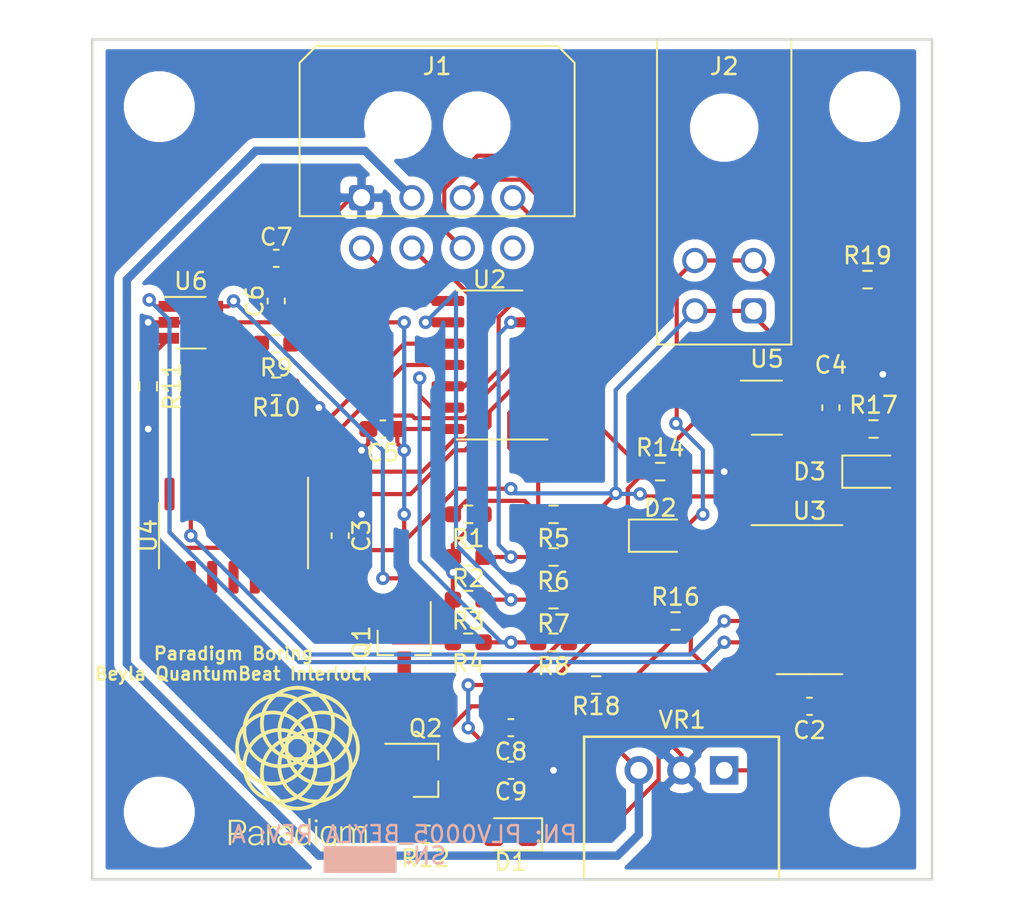
<source format=kicad_pcb>
(kicad_pcb (version 20171130) (host pcbnew "(5.1.8)-1")
  (layers (0 F.Cu signal) (31 B.Cu signal) (34 B.Paste user) (35 F.Paste user) (36 B.SilkS user) (37 F.SilkS user) (38 B.Mask user) (39 F.Mask user) (44 Edge.Cuts user))
  (net 0 "")
  (net 1 GND)
  (net 2 +5V)
  (net 3 "Net-(C8-Pad1)")
  (net 4 "Net-(D1-Pad1)")
  (net 5 /AvionicsHeartbeatTemplate/HEARTBEAT_INPUT_1)
  (net 6 "Net-(D2-Pad1)")
  (net 7 /AvionicsHeartbeatTemplate/HEARTBEAT_BUFF)
  (net 8 "Net-(D3-Pad1)")
  (net 9 "Net-(J1-Pad8)")
  (net 10 /AvionicsHeartbeatTemplate/HEARTBEAT)
  (net 11 /AvionicsHeartbeatTemplate/HEARTBEAT_ADDRESS_4)
  (net 12 /AvionicsHeartbeatTemplate/HEARTBEAT_ADDRESS_3)
  (net 13 /AvionicsHeartbeatTemplate/HEARTBEAT_ADDRESS_2)
  (net 14 /AvionicsHeartbeatTemplate/HEARTBEAT_ADDRESS_1)
  (net 15 "Net-(Q1-Pad1)")
  (net 16 "Net-(R1-Pad2)")
  (net 17 "Net-(R2-Pad2)")
  (net 18 "Net-(R3-Pad2)")
  (net 19 "Net-(R4-Pad2)")
  (net 20 "Net-(R10-Pad1)")
  (net 21 "Net-(R11-Pad1)")
  (net 22 "Net-(U2-Pad11)")
  (net 23 "Net-(U2-Pad10)")
  (net 24 "Net-(U2-Pad4)")
  (net 25 "Net-(U2-Pad3)")
  (net 26 "Net-(U3-Pad6)")
  (net 27 "Net-(U3-Pad5)")
  (net 28 "Net-(Q1-Pad3)")
  (module BoringFootprints:Paradigm_Title_Block (layer F.Cu) (at 68.58 147.32)
    (fp_text reference REF**)
    (fp_text value Paradigm_Title_Block)
    (fp_text user SN: (at 1.27 1.27) (layer B.SilkS) (effects (justify mirror)))
    (fp_text user "PN: PLV0005_BEYLA REV: A" (at 0 0) (layer B.SilkS) (effects (justify mirror)))
  )
  (module Capacitor_SMD:C_0603_1608Metric_Pad1.08x0.95mm_HandSolder (layer F.Cu) (at 92.71 139.7 180)
    (fp_text reference C2 (at 0 -1.43) (layer F.SilkS))
    (fp_text value 0.1uF)
    (pad 2 smd roundrect (at 0.8625 0 180) (size 1.075 0.95) (layers F.Cu F.Paste F.Mask) (net 1 GND))
    (pad 1 smd roundrect (at -0.8625 0 180) (size 1.075 0.95) (layers F.Cu F.Paste F.Mask) (net 2 +5V))
  )
  (module Package_SO:SOIC-14_3.9x8.7mm_P1.27mm (layer F.Cu) (at 58.42 129.54 270)
    (fp_text reference U4 (at 0 5.08 90) (layer F.SilkS))
    (fp_text value 74HC21)
    (pad 14 smd roundrect (at 2.475 -3.81 270) (size 1.95 0.6) (layers F.Cu F.Paste F.Mask) (net 2 +5V))
    (pad 13 smd roundrect (at 2.475 -2.54 270) (size 1.95 0.6) (layers F.Cu F.Paste F.Mask))
    (pad 12 smd roundrect (at 2.475 -1.27 270) (size 1.95 0.6) (layers F.Cu F.Paste F.Mask))
    (pad 11 smd roundrect (at 2.475 0 270) (size 1.95 0.6) (layers F.Cu F.Paste F.Mask))
    (pad 10 smd roundrect (at 2.475 1.27 270) (size 1.95 0.6) (layers F.Cu F.Paste F.Mask))
    (pad 9 smd roundrect (at 2.475 2.54 270) (size 1.95 0.6) (layers F.Cu F.Paste F.Mask))
    (pad 8 smd roundrect (at 2.475 3.81 270) (size 1.95 0.6) (layers F.Cu F.Paste F.Mask))
    (pad 7 smd roundrect (at -2.475 3.81 270) (size 1.95 0.6) (layers F.Cu F.Paste F.Mask) (net 1 GND))
    (pad 6 smd roundrect (at -2.475 2.54 270) (size 1.95 0.6) (layers F.Cu F.Paste F.Mask) (net 27 "Net-(U3-Pad5)"))
    (pad 5 smd roundrect (at -2.475 1.27 270) (size 1.95 0.6) (layers F.Cu F.Paste F.Mask) (net 22 "Net-(U2-Pad11)"))
    (pad 4 smd roundrect (at -2.475 0 270) (size 1.95 0.6) (layers F.Cu F.Paste F.Mask) (net 23 "Net-(U2-Pad10)"))
    (pad 3 smd roundrect (at -2.475 -1.27 270) (size 1.95 0.6) (layers F.Cu F.Paste F.Mask))
    (pad 2 smd roundrect (at -2.475 -2.54 270) (size 1.95 0.6) (layers F.Cu F.Paste F.Mask) (net 24 "Net-(U2-Pad4)"))
    (pad 1 smd roundrect (at -2.475 -3.81 270) (size 1.95 0.6) (layers F.Cu F.Paste F.Mask) (net 25 "Net-(U2-Pad3)"))
  )
  (module Connector_Molex:Molex_Micro-Fit_3.0_43045-0800_2x04_P3.00mm_Horizontal (layer F.Cu) (at 66.04 109.42)
    (fp_text reference J1 (at 4.5 -7.82) (layer F.SilkS))
    (fp_text value PWR/QB)
    (pad 8 thru_hole circle (at 9 3) (size 1.5 1.5) (drill 1.02) (layers *.Cu *.Mask) (net 9 "Net-(J1-Pad8)"))
    (pad 7 thru_hole circle (at 6 3) (size 1.5 1.5) (drill 1.02) (layers *.Cu *.Mask) (net 10 /AvionicsHeartbeatTemplate/HEARTBEAT))
    (pad 6 thru_hole circle (at 3 3) (size 1.5 1.5) (drill 1.02) (layers *.Cu *.Mask) (net 11 /AvionicsHeartbeatTemplate/HEARTBEAT_ADDRESS_4))
    (pad 5 thru_hole circle (at 0 3) (size 1.5 1.5) (drill 1.02) (layers *.Cu *.Mask) (net 12 /AvionicsHeartbeatTemplate/HEARTBEAT_ADDRESS_3))
    (pad 4 thru_hole circle (at 9 0) (size 1.5 1.5) (drill 1.02) (layers *.Cu *.Mask) (net 13 /AvionicsHeartbeatTemplate/HEARTBEAT_ADDRESS_2))
    (pad 3 thru_hole circle (at 6 0) (size 1.5 1.5) (drill 1.02) (layers *.Cu *.Mask) (net 14 /AvionicsHeartbeatTemplate/HEARTBEAT_ADDRESS_1))
    (pad 2 thru_hole circle (at 3 0) (size 1.5 1.5) (drill 1.02) (layers *.Cu *.Mask) (net 3 "Net-(C8-Pad1)"))
    (pad 1 thru_hole roundrect (at 0 0) (size 1.5 1.5) (drill 1.02) (layers *.Cu *.Mask) (roundrect_rratio 0.166667) (net 1 GND))
    (pad "" np_thru_hole circle (at 6.86 -4.32) (size 3 3) (drill 3) (layers *.Cu *.Mask))
    (pad "" np_thru_hole circle (at 2.16 -4.32) (size 3 3) (drill 3) (layers *.Cu *.Mask))
  )
  (module MountingHole:MountingHole_3.2mm_M3 (layer F.Cu) (at 54 146)
    (fp_text reference REF**)
    (fp_text value MountingHole_3.2mm_M3)
    (pad 1 np_thru_hole circle (at 0 0) (size 3.2 3.2) (drill 3.2) (layers *.Cu *.Mask))
  )
  (module MountingHole:MountingHole_3.2mm_M3 (layer F.Cu) (at 96 146)
    (fp_text reference REF**)
    (fp_text value MountingHole_3.2mm_M3)
    (pad 1 np_thru_hole circle (at 0 0) (size 3.2 3.2) (drill 3.2) (layers *.Cu *.Mask))
  )
  (module MountingHole:MountingHole_3.2mm_M3 (layer F.Cu) (at 96 104)
    (fp_text reference REF**)
    (fp_text value MountingHole_3.2mm_M3)
    (pad 1 np_thru_hole circle (at 0 0) (size 3.2 3.2) (drill 3.2) (layers *.Cu *.Mask))
  )
  (module MountingHole:MountingHole_3.2mm_M3 (layer F.Cu) (at 54 104)
    (fp_text reference REF**)
    (fp_text value MountingHole_3.2mm_M3)
    (pad 1 np_thru_hole circle (at 0 0) (size 3.2 3.2) (drill 3.2) (layers *.Cu *.Mask))
  )
  (module BoringFootprints:Recom_R-78C-1.0 (layer F.Cu) (at 87.63 143.51 180)
    (fp_text reference VR1 (at 2.5 3) (layer F.SilkS))
    (fp_text value Recom_R-78c-1.0)
    (pad 3 thru_hole circle (at 5.08 0 180) (size 1.7 1.7) (drill 1) (layers *.Cu *.Mask) (net 3 "Net-(C8-Pad1)"))
    (pad 2 thru_hole circle (at 2.54 0 180) (size 1.7 1.7) (drill 1) (layers *.Cu *.Mask) (net 1 GND))
    (pad 1 thru_hole rect (at 0 0 180) (size 1.7 1.7) (drill 1) (layers *.Cu *.Mask) (net 2 +5V))
  )
  (module Package_TO_SOT_SMD:TSOT-23-6 (layer F.Cu) (at 55.88 116.84)
    (fp_text reference U6 (at 0 -2.45) (layer F.SilkS))
    (fp_text value LTC6993xS6-1)
    (pad 6 smd rect (at 1.31 -0.95) (size 1.22 0.65) (layers F.Cu F.Paste F.Mask) (net 15 "Net-(Q1-Pad1)"))
    (pad 5 smd rect (at 1.31 0) (size 1.22 0.65) (layers F.Cu F.Paste F.Mask) (net 2 +5V))
    (pad 4 smd rect (at 1.31 0.95) (size 1.22 0.65) (layers F.Cu F.Paste F.Mask) (net 20 "Net-(R10-Pad1)"))
    (pad 3 smd rect (at -1.31 0.95) (size 1.22 0.65) (layers F.Cu F.Paste F.Mask) (net 21 "Net-(R11-Pad1)"))
    (pad 2 smd rect (at -1.31 0) (size 1.22 0.65) (layers F.Cu F.Paste F.Mask) (net 1 GND))
    (pad 1 smd rect (at -1.31 -0.95) (size 1.22 0.65) (layers F.Cu F.Paste F.Mask) (net 26 "Net-(U3-Pad6)"))
  )
  (module Package_TO_SOT_SMD:SOT-23-5_HandSoldering (layer F.Cu) (at 90.17 121.92)
    (fp_text reference U5 (at 0 -2.9) (layer F.SilkS))
    (fp_text value 74LVC1G17)
    (pad 5 smd rect (at 1.35 -0.95) (size 1.56 0.65) (layers F.Cu F.Paste F.Mask) (net 2 +5V))
    (pad 4 smd rect (at 1.35 0.95) (size 1.56 0.65) (layers F.Cu F.Paste F.Mask) (net 7 /AvionicsHeartbeatTemplate/HEARTBEAT_BUFF))
    (pad 3 smd rect (at -1.35 0.95) (size 1.56 0.65) (layers F.Cu F.Paste F.Mask) (net 1 GND))
    (pad 2 smd rect (at -1.35 0) (size 1.56 0.65) (layers F.Cu F.Paste F.Mask) (net 10 /AvionicsHeartbeatTemplate/HEARTBEAT))
    (pad 1 smd rect (at -1.35 -0.95) (size 1.56 0.65) (layers F.Cu F.Paste F.Mask))
  )
  (module Package_SO:SOIC-14_3.9x8.7mm_P1.27mm (layer F.Cu) (at 92.71 133.35)
    (fp_text reference U3 (at 0 -5.28) (layer F.SilkS))
    (fp_text value 74HC08)
    (pad 14 smd roundrect (at 2.475 -3.81) (size 1.95 0.6) (layers F.Cu F.Paste F.Mask) (net 2 +5V))
    (pad 13 smd roundrect (at 2.475 -2.54) (size 1.95 0.6) (layers F.Cu F.Paste F.Mask))
    (pad 12 smd roundrect (at 2.475 -1.27) (size 1.95 0.6) (layers F.Cu F.Paste F.Mask))
    (pad 11 smd roundrect (at 2.475 0) (size 1.95 0.6) (layers F.Cu F.Paste F.Mask))
    (pad 10 smd roundrect (at 2.475 1.27) (size 1.95 0.6) (layers F.Cu F.Paste F.Mask))
    (pad 9 smd roundrect (at 2.475 2.54) (size 1.95 0.6) (layers F.Cu F.Paste F.Mask))
    (pad 8 smd roundrect (at 2.475 3.81) (size 1.95 0.6) (layers F.Cu F.Paste F.Mask))
    (pad 7 smd roundrect (at -2.475 3.81) (size 1.95 0.6) (layers F.Cu F.Paste F.Mask) (net 1 GND))
    (pad 6 smd roundrect (at -2.475 2.54) (size 1.95 0.6) (layers F.Cu F.Paste F.Mask) (net 26 "Net-(U3-Pad6)"))
    (pad 5 smd roundrect (at -2.475 1.27) (size 1.95 0.6) (layers F.Cu F.Paste F.Mask) (net 27 "Net-(U3-Pad5)"))
    (pad 4 smd roundrect (at -2.475 0) (size 1.95 0.6) (layers F.Cu F.Paste F.Mask) (net 5 /AvionicsHeartbeatTemplate/HEARTBEAT_INPUT_1))
    (pad 3 smd roundrect (at -2.475 -1.27) (size 1.95 0.6) (layers F.Cu F.Paste F.Mask))
    (pad 2 smd roundrect (at -2.475 -2.54) (size 1.95 0.6) (layers F.Cu F.Paste F.Mask))
    (pad 1 smd roundrect (at -2.475 -3.81) (size 1.95 0.6) (layers F.Cu F.Paste F.Mask))
  )
  (module Package_SO:SOIC-14_3.9x8.7mm_P1.27mm (layer F.Cu) (at 73.66 119.38 180)
    (fp_text reference U2 (at 0 5.08) (layer F.SilkS))
    (fp_text value 74HC266)
    (pad 14 smd roundrect (at 2.475 -3.81 180) (size 1.95 0.6) (layers F.Cu F.Paste F.Mask) (net 2 +5V))
    (pad 13 smd roundrect (at 2.475 -2.54 180) (size 1.95 0.6) (layers F.Cu F.Paste F.Mask) (net 19 "Net-(R4-Pad2)"))
    (pad 12 smd roundrect (at 2.475 -1.27 180) (size 1.95 0.6) (layers F.Cu F.Paste F.Mask) (net 11 /AvionicsHeartbeatTemplate/HEARTBEAT_ADDRESS_4))
    (pad 11 smd roundrect (at 2.475 0 180) (size 1.95 0.6) (layers F.Cu F.Paste F.Mask) (net 22 "Net-(U2-Pad11)"))
    (pad 10 smd roundrect (at 2.475 1.27 180) (size 1.95 0.6) (layers F.Cu F.Paste F.Mask) (net 23 "Net-(U2-Pad10)"))
    (pad 9 smd roundrect (at 2.475 2.54 180) (size 1.95 0.6) (layers F.Cu F.Paste F.Mask) (net 18 "Net-(R3-Pad2)"))
    (pad 8 smd roundrect (at 2.475 3.81 180) (size 1.95 0.6) (layers F.Cu F.Paste F.Mask) (net 12 /AvionicsHeartbeatTemplate/HEARTBEAT_ADDRESS_3))
    (pad 7 smd roundrect (at -2.475 3.81 180) (size 1.95 0.6) (layers F.Cu F.Paste F.Mask) (net 1 GND))
    (pad 6 smd roundrect (at -2.475 2.54 180) (size 1.95 0.6) (layers F.Cu F.Paste F.Mask) (net 17 "Net-(R2-Pad2)"))
    (pad 5 smd roundrect (at -2.475 1.27 180) (size 1.95 0.6) (layers F.Cu F.Paste F.Mask) (net 13 /AvionicsHeartbeatTemplate/HEARTBEAT_ADDRESS_2))
    (pad 4 smd roundrect (at -2.475 0 180) (size 1.95 0.6) (layers F.Cu F.Paste F.Mask) (net 24 "Net-(U2-Pad4)"))
    (pad 3 smd roundrect (at -2.475 -1.27 180) (size 1.95 0.6) (layers F.Cu F.Paste F.Mask) (net 25 "Net-(U2-Pad3)"))
    (pad 2 smd roundrect (at -2.475 -2.54 180) (size 1.95 0.6) (layers F.Cu F.Paste F.Mask) (net 16 "Net-(R1-Pad2)"))
    (pad 1 smd roundrect (at -2.475 -3.81 180) (size 1.95 0.6) (layers F.Cu F.Paste F.Mask) (net 14 /AvionicsHeartbeatTemplate/HEARTBEAT_ADDRESS_1))
  )
  (module Resistor_SMD:R_0603_1608Metric_Pad0.98x0.95mm_HandSolder (layer F.Cu) (at 96.1625 114.3)
    (fp_text reference R19 (at 0 -1.43) (layer F.SilkS))
    (fp_text value 10k)
    (pad 2 smd roundrect (at 0.9125 0) (size 0.975 0.95) (layers F.Cu F.Paste F.Mask) (net 1 GND))
    (pad 1 smd roundrect (at -0.9125 0) (size 0.975 0.95) (layers F.Cu F.Paste F.Mask) (net 5 /AvionicsHeartbeatTemplate/HEARTBEAT_INPUT_1))
  )
  (module Resistor_SMD:R_0603_1608Metric_Pad0.98x0.95mm_HandSolder (layer F.Cu) (at 80.01 138.43)
    (fp_text reference R18 (at 0 1.27) (layer F.SilkS))
    (fp_text value 1k)
    (pad 2 smd roundrect (at 0.9125 0) (size 0.975 0.95) (layers F.Cu F.Paste F.Mask) (net 1 GND))
    (pad 1 smd roundrect (at -0.9125 0) (size 0.975 0.95) (layers F.Cu F.Paste F.Mask) (net 4 "Net-(D1-Pad1)"))
  )
  (module Resistor_SMD:R_0603_1608Metric_Pad0.98x0.95mm_HandSolder (layer F.Cu) (at 96.52 123.19)
    (fp_text reference R17 (at 0 -1.43) (layer F.SilkS))
    (fp_text value 1K)
    (pad 2 smd roundrect (at 0.9125 0) (size 0.975 0.95) (layers F.Cu F.Paste F.Mask) (net 1 GND))
    (pad 1 smd roundrect (at -0.9125 0) (size 0.975 0.95) (layers F.Cu F.Paste F.Mask) (net 8 "Net-(D3-Pad1)"))
  )
  (module Resistor_SMD:R_0603_1608Metric_Pad0.98x0.95mm_HandSolder (layer F.Cu) (at 84.7325 134.62)
    (fp_text reference R16 (at 0 -1.43) (layer F.SilkS))
    (fp_text value 1K)
    (pad 2 smd roundrect (at 0.9125 0) (size 0.975 0.95) (layers F.Cu F.Paste F.Mask) (net 1 GND))
    (pad 1 smd roundrect (at -0.9125 0) (size 0.975 0.95) (layers F.Cu F.Paste F.Mask) (net 6 "Net-(D2-Pad1)"))
  )
  (module Resistor_SMD:R_0603_1608Metric_Pad0.98x0.95mm_HandSolder (layer F.Cu) (at 83.82 125.73)
    (fp_text reference R14 (at 0 -1.43) (layer F.SilkS))
    (fp_text value 47K)
    (pad 2 smd roundrect (at 0.9125 0) (size 0.975 0.95) (layers F.Cu F.Paste F.Mask) (net 1 GND))
    (pad 1 smd roundrect (at -0.9125 0) (size 0.975 0.95) (layers F.Cu F.Paste F.Mask) (net 10 /AvionicsHeartbeatTemplate/HEARTBEAT))
  )
  (module Resistor_SMD:R_0603_1608Metric_Pad0.98x0.95mm_HandSolder (layer F.Cu) (at 69.85 147.32 180)
    (fp_text reference R12 (at 0 -1.43) (layer F.SilkS))
    (fp_text value 47K)
    (pad 2 smd roundrect (at 0.9125 0 180) (size 0.975 0.95) (layers F.Cu F.Paste F.Mask) (net 28 "Net-(Q1-Pad3)"))
    (pad 1 smd roundrect (at -0.9125 0 180) (size 0.975 0.95) (layers F.Cu F.Paste F.Mask) (net 2 +5V))
  )
  (module Resistor_SMD:R_0603_1608Metric_Pad0.98x0.95mm_HandSolder (layer F.Cu) (at 53.34 120.65 270)
    (fp_text reference R11 (at 0 -1.43 90) (layer F.SilkS))
    (fp_text value 604K)
    (pad 2 smd roundrect (at 0.9125 0 270) (size 0.975 0.95) (layers F.Cu F.Paste F.Mask) (net 1 GND))
    (pad 1 smd roundrect (at -0.9125 0 270) (size 0.975 0.95) (layers F.Cu F.Paste F.Mask) (net 21 "Net-(R11-Pad1)"))
  )
  (module Resistor_SMD:R_0603_1608Metric_Pad0.98x0.95mm_HandSolder (layer F.Cu) (at 60.96 120.65)
    (fp_text reference R10 (at 0 1.27) (layer F.SilkS))
    (fp_text value 280K)
    (pad 2 smd roundrect (at 0.9125 0) (size 0.975 0.95) (layers F.Cu F.Paste F.Mask) (net 1 GND))
    (pad 1 smd roundrect (at -0.9125 0) (size 0.975 0.95) (layers F.Cu F.Paste F.Mask) (net 20 "Net-(R10-Pad1)"))
  )
  (module Resistor_SMD:R_0603_1608Metric_Pad0.98x0.95mm_HandSolder (layer F.Cu) (at 60.96 118.11 180)
    (fp_text reference R9 (at 0 -1.43) (layer F.SilkS))
    (fp_text value 1M)
    (pad 2 smd roundrect (at 0.9125 0 180) (size 0.975 0.95) (layers F.Cu F.Paste F.Mask) (net 20 "Net-(R10-Pad1)"))
    (pad 1 smd roundrect (at -0.9125 0 180) (size 0.975 0.95) (layers F.Cu F.Paste F.Mask) (net 2 +5V))
  )
  (module Resistor_SMD:R_0603_1608Metric_Pad0.98x0.95mm_HandSolder (layer F.Cu) (at 77.47 135.89 180)
    (fp_text reference R8 (at 0 -1.43) (layer F.SilkS))
    (fp_text value DNP)
    (pad 2 smd roundrect (at 0.9125 0 180) (size 0.975 0.95) (layers F.Cu F.Paste F.Mask) (net 19 "Net-(R4-Pad2)"))
    (pad 1 smd roundrect (at -0.9125 0 180) (size 0.975 0.95) (layers F.Cu F.Paste F.Mask) (net 2 +5V))
  )
  (module Resistor_SMD:R_0603_1608Metric_Pad0.98x0.95mm_HandSolder (layer F.Cu) (at 77.47 133.35 180)
    (fp_text reference R7 (at 0 -1.43) (layer F.SilkS))
    (fp_text value DNP)
    (pad 2 smd roundrect (at 0.9125 0 180) (size 0.975 0.95) (layers F.Cu F.Paste F.Mask) (net 18 "Net-(R3-Pad2)"))
    (pad 1 smd roundrect (at -0.9125 0 180) (size 0.975 0.95) (layers F.Cu F.Paste F.Mask) (net 2 +5V))
  )
  (module Resistor_SMD:R_0603_1608Metric_Pad0.98x0.95mm_HandSolder (layer F.Cu) (at 77.47 130.81 180)
    (fp_text reference R6 (at 0 -1.43) (layer F.SilkS))
    (fp_text value DNP)
    (pad 2 smd roundrect (at 0.9125 0 180) (size 0.975 0.95) (layers F.Cu F.Paste F.Mask) (net 17 "Net-(R2-Pad2)"))
    (pad 1 smd roundrect (at -0.9125 0 180) (size 0.975 0.95) (layers F.Cu F.Paste F.Mask) (net 2 +5V))
  )
  (module Resistor_SMD:R_0603_1608Metric_Pad0.98x0.95mm_HandSolder (layer F.Cu) (at 77.47 128.27 180)
    (fp_text reference R5 (at 0 -1.43) (layer F.SilkS))
    (fp_text value DNP)
    (pad 2 smd roundrect (at 0.9125 0 180) (size 0.975 0.95) (layers F.Cu F.Paste F.Mask) (net 16 "Net-(R1-Pad2)"))
    (pad 1 smd roundrect (at -0.9125 0 180) (size 0.975 0.95) (layers F.Cu F.Paste F.Mask) (net 2 +5V))
  )
  (module Resistor_SMD:R_0603_1608Metric_Pad0.98x0.95mm_HandSolder (layer F.Cu) (at 72.39 135.89)
    (fp_text reference R4 (at 0 1.27) (layer F.SilkS))
    (fp_text value 0)
    (pad 2 smd roundrect (at 0.9125 0) (size 0.975 0.95) (layers F.Cu F.Paste F.Mask) (net 19 "Net-(R4-Pad2)"))
    (pad 1 smd roundrect (at -0.9125 0) (size 0.975 0.95) (layers F.Cu F.Paste F.Mask) (net 1 GND))
  )
  (module Resistor_SMD:R_0603_1608Metric_Pad0.98x0.95mm_HandSolder (layer F.Cu) (at 72.39 133.35)
    (fp_text reference R3 (at 0 1.27) (layer F.SilkS))
    (fp_text value 0)
    (pad 2 smd roundrect (at 0.9125 0) (size 0.975 0.95) (layers F.Cu F.Paste F.Mask) (net 18 "Net-(R3-Pad2)"))
    (pad 1 smd roundrect (at -0.9125 0) (size 0.975 0.95) (layers F.Cu F.Paste F.Mask) (net 1 GND))
  )
  (module Resistor_SMD:R_0603_1608Metric_Pad0.98x0.95mm_HandSolder (layer F.Cu) (at 72.39 130.81)
    (fp_text reference R2 (at 0 1.27) (layer F.SilkS))
    (fp_text value 0)
    (pad 2 smd roundrect (at 0.9125 0) (size 0.975 0.95) (layers F.Cu F.Paste F.Mask) (net 17 "Net-(R2-Pad2)"))
    (pad 1 smd roundrect (at -0.9125 0) (size 0.975 0.95) (layers F.Cu F.Paste F.Mask) (net 1 GND))
  )
  (module Resistor_SMD:R_0603_1608Metric_Pad0.98x0.95mm_HandSolder (layer F.Cu) (at 72.39 128.27 180)
    (fp_text reference R1 (at 0 -1.43) (layer F.SilkS))
    (fp_text value 0)
    (pad 2 smd roundrect (at 0.9125 0 180) (size 0.975 0.95) (layers F.Cu F.Paste F.Mask) (net 16 "Net-(R1-Pad2)"))
    (pad 1 smd roundrect (at -0.9125 0 180) (size 0.975 0.95) (layers F.Cu F.Paste F.Mask) (net 1 GND))
  )
  (module Package_TO_SOT_SMD:SOT-23_Handsoldering (layer F.Cu) (at 69.85 143.51)
    (fp_text reference Q2 (at 0 -2.5) (layer F.SilkS))
    (fp_text value DMP2123L-7)
    (pad 3 smd rect (at 1.5 0) (size 1.9 0.8) (layers F.Cu F.Paste F.Mask) (net 10 /AvionicsHeartbeatTemplate/HEARTBEAT))
    (pad 2 smd rect (at -1.5 0.95) (size 1.9 0.8) (layers F.Cu F.Paste F.Mask) (net 2 +5V))
    (pad 1 smd rect (at -1.5 -0.95) (size 1.9 0.8) (layers F.Cu F.Paste F.Mask) (net 28 "Net-(Q1-Pad3)"))
  )
  (module Package_TO_SOT_SMD:SOT-23_Handsoldering (layer F.Cu) (at 68.58 135.89 270)
    (fp_text reference Q1 (at 0 2.54 90) (layer F.SilkS))
    (fp_text value DMG2302UK-7)
    (pad 3 smd rect (at 1.5 0 270) (size 1.9 0.8) (layers F.Cu F.Paste F.Mask) (net 28 "Net-(Q1-Pad3)"))
    (pad 2 smd rect (at -1.5 0.95 270) (size 1.9 0.8) (layers F.Cu F.Paste F.Mask) (net 1 GND))
    (pad 1 smd rect (at -1.5 -0.95 270) (size 1.9 0.8) (layers F.Cu F.Paste F.Mask) (net 15 "Net-(Q1-Pad1)"))
  )
  (module "BoringFootprints:Molex_Ultra-Fit_172316-1204_2x02 Vertical" (layer F.Cu) (at 87.63 105.25 180)
    (fp_text reference J2 (at 0 3.65) (layer F.SilkS))
    (fp_text value Switch_In)
    (pad 4 thru_hole circle (at 1.75 -7.91 180) (size 1.5 1.5) (drill 1.02) (layers *.Cu *.Mask) (net 5 /AvionicsHeartbeatTemplate/HEARTBEAT_INPUT_1))
    (pad 3 thru_hole circle (at -1.75 -7.91 180) (size 1.5 1.5) (drill 1.02) (layers *.Cu *.Mask) (net 5 /AvionicsHeartbeatTemplate/HEARTBEAT_INPUT_1))
    (pad 2 thru_hole circle (at 1.75 -10.91 180) (size 1.5 1.5) (drill 1.02) (layers *.Cu *.Mask) (net 2 +5V))
    (pad 1 thru_hole roundrect (at -1.75 -10.91 180) (size 1.5 1.5) (drill 1.02) (layers *.Cu *.Mask) (net 2 +5V))
    (pad "" np_thru_hole circle (at 0 0 180) (size 3.05 3.05) (drill 3.05) (layers *.Cu *.Mask))
  )
  (module LED_SMD:LED_0805_2012Metric_Pad1.15x1.40mm_HandSolder (layer F.Cu) (at 96.52 125.73)
    (fp_text reference D3 (at -3.81 0) (layer F.SilkS))
    (fp_text value BLUE)
    (pad 2 smd roundrect (at 1.025 0) (size 1.15 1.4) (layers F.Cu F.Paste F.Mask) (roundrect_rratio 0.217391) (net 7 /AvionicsHeartbeatTemplate/HEARTBEAT_BUFF))
    (pad 1 smd roundrect (at -1.025 0) (size 1.15 1.4) (layers F.Cu F.Paste F.Mask) (roundrect_rratio 0.217391) (net 8 "Net-(D3-Pad1)"))
  )
  (module LED_SMD:LED_0805_2012Metric_Pad1.15x1.40mm_HandSolder (layer F.Cu) (at 83.82 129.54)
    (fp_text reference D2 (at 0 -1.65) (layer F.SilkS))
    (fp_text value GREEN)
    (pad 2 smd roundrect (at 1.025 0) (size 1.15 1.4) (layers F.Cu F.Paste F.Mask) (roundrect_rratio 0.217391) (net 5 /AvionicsHeartbeatTemplate/HEARTBEAT_INPUT_1))
    (pad 1 smd roundrect (at -1.025 0) (size 1.15 1.4) (layers F.Cu F.Paste F.Mask) (roundrect_rratio 0.217391) (net 6 "Net-(D2-Pad1)"))
  )
  (module LED_SMD:LED_0805_2012Metric_Pad1.15x1.40mm_HandSolder (layer F.Cu) (at 74.93 147.32 180)
    (fp_text reference D1 (at 0 -1.65) (layer F.SilkS))
    (fp_text value RED)
    (pad 2 smd roundrect (at 1.025 0 180) (size 1.15 1.4) (layers F.Cu F.Paste F.Mask) (roundrect_rratio 0.217391) (net 2 +5V))
    (pad 1 smd roundrect (at -1.025 0 180) (size 1.15 1.4) (layers F.Cu F.Paste F.Mask) (roundrect_rratio 0.217391) (net 4 "Net-(D1-Pad1)"))
  )
  (module Capacitor_SMD:C_0603_1608Metric_Pad1.08x0.95mm_HandSolder (layer F.Cu) (at 74.93 143.51)
    (fp_text reference C9 (at 0 1.27) (layer F.SilkS))
    (fp_text value 10uF)
    (pad 2 smd roundrect (at 0.8625 0) (size 1.075 0.95) (layers F.Cu F.Paste F.Mask) (net 1 GND))
    (pad 1 smd roundrect (at -0.8625 0) (size 1.075 0.95) (layers F.Cu F.Paste F.Mask) (net 2 +5V))
  )
  (module Capacitor_SMD:C_0603_1608Metric_Pad1.08x0.95mm_HandSolder (layer F.Cu) (at 74.93 140.97 180)
    (fp_text reference C8 (at 0 -1.43) (layer F.SilkS))
    (fp_text value 1uF)
    (pad 2 smd roundrect (at 0.8625 0 180) (size 1.075 0.95) (layers F.Cu F.Paste F.Mask) (net 1 GND))
    (pad 1 smd roundrect (at -0.8625 0 180) (size 1.075 0.95) (layers F.Cu F.Paste F.Mask) (net 3 "Net-(C8-Pad1)"))
  )
  (module Capacitor_SMD:C_0603_1608Metric_Pad1.08x0.95mm_HandSolder (layer F.Cu) (at 60.96 113.03)
    (fp_text reference C7 (at 0 -1.27) (layer F.SilkS))
    (fp_text value 1uF)
    (pad 2 smd roundrect (at 0.8625 0) (size 1.075 0.95) (layers F.Cu F.Paste F.Mask) (net 1 GND))
    (pad 1 smd roundrect (at -0.8625 0) (size 1.075 0.95) (layers F.Cu F.Paste F.Mask) (net 2 +5V))
  )
  (module Capacitor_SMD:C_0603_1608Metric_Pad1.08x0.95mm_HandSolder (layer F.Cu) (at 60.96 115.57 90)
    (fp_text reference C6 (at 0 -1.27 90) (layer F.SilkS))
    (fp_text value 0.1uF)
    (pad 1 smd roundrect (at -0.8625 0 90) (size 1.075 0.95) (layers F.Cu F.Paste F.Mask) (net 2 +5V))
    (pad 2 smd roundrect (at 0.8625 0 90) (size 1.075 0.95) (layers F.Cu F.Paste F.Mask) (net 1 GND))
  )
  (module Capacitor_SMD:C_0603_1608Metric_Pad1.08x0.95mm_HandSolder (layer F.Cu) (at 67.31 123.19 180)
    (fp_text reference C5 (at 0 -1.43) (layer F.SilkS))
    (fp_text value 0.1uF)
    (pad 2 smd roundrect (at 0.8625 0 180) (size 1.075 0.95) (layers F.Cu F.Paste F.Mask) (net 1 GND))
    (pad 1 smd roundrect (at -0.8625 0 180) (size 1.075 0.95) (layers F.Cu F.Paste F.Mask) (net 2 +5V))
  )
  (module Capacitor_SMD:C_0603_1608Metric_Pad1.08x0.95mm_HandSolder (layer F.Cu) (at 93.98 121.92 270)
    (fp_text reference C4 (at -2.54 0 180) (layer F.SilkS))
    (fp_text value 0.1uF)
    (pad 2 smd roundrect (at 0.8625 0 270) (size 1.075 0.95) (layers F.Cu F.Paste F.Mask) (net 1 GND))
    (pad 1 smd roundrect (at -0.8625 0 270) (size 1.075 0.95) (layers F.Cu F.Paste F.Mask) (net 2 +5V))
  )
  (module Capacitor_SMD:C_0603_1608Metric_Pad1.08x0.95mm_HandSolder (layer F.Cu) (at 64.77 129.54 90)
    (fp_text reference C3 (at 0 1.27 90) (layer F.SilkS))
    (fp_text value 0.1uF)
    (pad 2 smd roundrect (at 0.8625 0 90) (size 1.075 0.95) (layers F.Cu F.Paste F.Mask) (net 1 GND))
    (pad 1 smd roundrect (at -0.8625 0 90) (size 1.075 0.95) (layers F.Cu F.Paste F.Mask) (net 2 +5V))
  )
  (module BoringFootprints:Paradigm_NameBelow_12.7mm (layer F.Cu) (at 62.23 143.51)
    (fp_text reference G*** hide)
    (fp_text value LOGO hide)
  )
  (gr_text "Paradigm Boring\nBeyla QuantumBeat Interlock" (at 58.42 137.16) (layer F.SilkS) (effects (font (size 0.75 0.75))))
  (gr_line (start 100 100) (end 50 100) (layer Edge.Cuts) (width 0.15))
  (gr_line (start 100 100) (end 100 150) (layer Edge.Cuts) (width 0.15))
  (gr_line (start 50 150) (end 100 150) (layer Edge.Cuts) (width 0.15))
  (gr_line (start 50 100) (end 50 150) (layer Edge.Cuts) (width 0.15))
  (segment (start 90.235 137.16) (end 91.0325 137.16) (width 0.25) (layer F.Cu) (net 1))
  (segment (start 75.7925 143.51) (end 75.7925 143.9175) (width 0.25) (layer F.Cu) (net 1))
  (segment (start 81.835 138.43) (end 80.9225 138.43) (width 0.25) (layer F.Cu) (net 1))
  (segment (start 85.645 134.62) (end 81.835 138.43) (width 0.25) (layer F.Cu) (net 1))
  (segment (start 85.09 142.5975) (end 85.09 143.51) (width 0.25) (layer F.Cu) (net 1))
  (segment (start 80.9225 138.43) (end 85.09 142.5975) (width 0.25) (layer F.Cu) (net 1))
  (segment (start 85.645 134.978002) (end 85.645 134.62) (width 0.25) (layer F.Cu) (net 1))
  (segment (start 75.7925 142.695) (end 74.0675 140.97) (width 0.25) (layer F.Cu) (net 1))
  (segment (start 75.7925 143.51) (end 75.7925 142.695) (width 0.25) (layer F.Cu) (net 1))
  (via (at 77.47 143.51) (size 0.8) (drill 0.4) (layers F.Cu B.Cu) (net 1))
  (segment (start 75.7925 143.51) (end 77.47 143.51) (width 0.25) (layer F.Cu) (net 1))
  (segment (start 71.4775 135.89) (end 71.4775 133.35) (width 0.25) (layer F.Cu) (net 1))
  (segment (start 71.4775 130.81) (end 71.4775 131.7225) (width 0.25) (layer F.Cu) (net 1))
  (segment (start 71.4775 130.095) (end 73.3025 128.27) (width 0.25) (layer F.Cu) (net 1))
  (segment (start 71.4775 130.81) (end 71.4775 130.095) (width 0.25) (layer F.Cu) (net 1))
  (segment (start 71.4775 131.7225) (end 71.4775 133.35) (width 0.25) (layer F.Cu) (net 1))
  (via (at 71.4775 131.7225) (size 0.8) (drill 0.4) (layers F.Cu B.Cu) (net 1))
  (segment (start 54.545 127) (end 54.61 127.065) (width 0.25) (layer F.Cu) (net 1))
  (segment (start 63.182499 130.265001) (end 64.77 128.6775) (width 0.25) (layer F.Cu) (net 1))
  (segment (start 55.531999 130.265001) (end 63.182499 130.265001) (width 0.25) (layer F.Cu) (net 1))
  (segment (start 54.61 129.343002) (end 55.531999 130.265001) (width 0.25) (layer F.Cu) (net 1))
  (segment (start 54.61 127.065) (end 54.61 129.343002) (width 0.25) (layer F.Cu) (net 1))
  (segment (start 75.16 115.57) (end 76.135 115.57) (width 0.25) (layer F.Cu) (net 1))
  (segment (start 74.204999 119.698591) (end 74.204999 116.525001) (width 0.25) (layer F.Cu) (net 1))
  (segment (start 72.75998 121.14361) (end 74.204999 119.698591) (width 0.25) (layer F.Cu) (net 1))
  (segment (start 74.204999 116.525001) (end 75.16 115.57) (width 0.25) (layer F.Cu) (net 1))
  (segment (start 72.759981 121.991787) (end 72.75998 121.14361) (width 0.25) (layer F.Cu) (net 1))
  (segment (start 72.206758 122.54501) (end 72.759981 121.991787) (width 0.25) (layer F.Cu) (net 1))
  (segment (start 69.20501 122.54501) (end 72.206758 122.54501) (width 0.25) (layer F.Cu) (net 1))
  (segment (start 69.04999 122.38999) (end 69.20501 122.54501) (width 0.25) (layer F.Cu) (net 1))
  (segment (start 67.24751 122.38999) (end 69.04999 122.38999) (width 0.25) (layer F.Cu) (net 1))
  (segment (start 66.4475 123.19) (end 67.24751 122.38999) (width 0.25) (layer F.Cu) (net 1))
  (segment (start 54.542695 116.867305) (end 54.57 116.84) (width 0.25) (layer F.Cu) (net 1))
  (via (at 87.63 125.73) (size 0.8) (drill 0.4) (layers F.Cu B.Cu) (net 1))
  (segment (start 84.7325 125.73) (end 87.63 125.73) (width 0.25) (layer F.Cu) (net 1))
  (via (at 97.075 119.935) (size 0.8) (drill 0.4) (layers F.Cu B.Cu) (net 1))
  (segment (start 94.2275 122.7825) (end 97.075 119.935) (width 0.25) (layer F.Cu) (net 1))
  (segment (start 93.98 122.7825) (end 94.2275 122.7825) (width 0.25) (layer F.Cu) (net 1))
  (segment (start 97.075 114.3) (end 97.075 119.935) (width 0.25) (layer F.Cu) (net 1))
  (segment (start 97.075 122.8325) (end 97.4325 123.19) (width 0.25) (layer F.Cu) (net 1))
  (segment (start 97.075 119.935) (end 97.075 122.8325) (width 0.25) (layer F.Cu) (net 1))
  (segment (start 89.85 122.87) (end 88.82 122.87) (width 0.25) (layer F.Cu) (net 1))
  (segment (start 90.500001 122.219999) (end 89.85 122.87) (width 0.25) (layer F.Cu) (net 1))
  (segment (start 93.417499 122.219999) (end 90.500001 122.219999) (width 0.25) (layer F.Cu) (net 1))
  (segment (start 93.98 122.7825) (end 93.417499 122.219999) (width 0.25) (layer F.Cu) (net 1))
  (segment (start 88.9 139.7) (end 85.09 143.51) (width 0.25) (layer F.Cu) (net 1))
  (segment (start 91.8475 139.7) (end 88.9 139.7) (width 0.25) (layer F.Cu) (net 1))
  (segment (start 91.8475 138.7725) (end 90.235 137.16) (width 0.25) (layer F.Cu) (net 1))
  (segment (start 91.8475 139.7) (end 91.8475 138.7725) (width 0.25) (layer F.Cu) (net 1))
  (segment (start 85.645 136.445) (end 88.9 139.7) (width 0.25) (layer F.Cu) (net 1))
  (segment (start 85.645 134.62) (end 85.645 136.445) (width 0.25) (layer F.Cu) (net 1))
  (via (at 66.04 128.27) (size 0.8) (drill 0.4) (layers F.Cu B.Cu) (net 1))
  (segment (start 65.6325 128.6775) (end 66.04 128.27) (width 0.25) (layer F.Cu) (net 1))
  (segment (start 64.77 128.6775) (end 65.6325 128.6775) (width 0.25) (layer F.Cu) (net 1))
  (via (at 66.04 124.46) (size 0.8) (drill 0.4) (layers F.Cu B.Cu) (net 1))
  (segment (start 66.4475 124.0525) (end 66.04 124.46) (width 0.25) (layer F.Cu) (net 1))
  (segment (start 66.4475 123.19) (end 66.4475 124.0525) (width 0.25) (layer F.Cu) (net 1))
  (segment (start 60.96 113.8925) (end 61.8225 113.03) (width 0.25) (layer F.Cu) (net 1))
  (segment (start 60.96 114.7075) (end 60.96 113.8925) (width 0.25) (layer F.Cu) (net 1))
  (segment (start 65.4325 109.42) (end 61.8225 113.03) (width 0.25) (layer F.Cu) (net 1))
  (segment (start 66.04 109.42) (end 65.4325 109.42) (width 0.25) (layer F.Cu) (net 1))
  (via (at 63.5 121.92) (size 0.8) (drill 0.4) (layers F.Cu B.Cu) (net 1))
  (segment (start 62.23 120.65) (end 63.5 121.92) (width 0.25) (layer F.Cu) (net 1))
  (segment (start 61.8725 120.65) (end 62.23 120.65) (width 0.25) (layer F.Cu) (net 1))
  (via (at 53.34 123.19) (size 0.8) (drill 0.4) (layers F.Cu B.Cu) (net 1))
  (segment (start 53.34 121.5625) (end 53.34 123.19) (width 0.25) (layer F.Cu) (net 1))
  (via (at 53.34 116.84) (size 0.8) (drill 0.4) (layers F.Cu B.Cu) (net 1))
  (segment (start 55.43 116.84) (end 53.34 116.84) (width 0.25) (layer F.Cu) (net 1))
  (segment (start 54.57 116.84) (end 55.43 116.84) (width 0.25) (layer F.Cu) (net 1))
  (segment (start 67.93 135.89) (end 71.4775 135.89) (width 0.25) (layer F.Cu) (net 1))
  (segment (start 67.63 135.59) (end 67.93 135.89) (width 0.25) (layer F.Cu) (net 1))
  (segment (start 67.63 134.39) (end 67.63 135.59) (width 0.25) (layer F.Cu) (net 1))
  (segment (start 87.63 143.51) (end 88.0375 143.51) (width 0.25) (layer F.Cu) (net 2))
  (segment (start 85.88 116.16) (end 89.38 116.16) (width 0.25) (layer F.Cu) (net 2))
  (segment (start 73.905 143.6725) (end 74.0675 143.51) (width 0.25) (layer F.Cu) (net 2))
  (segment (start 73.905 147.32) (end 73.905 143.6725) (width 0.25) (layer F.Cu) (net 2))
  (segment (start 78.3825 135.89) (end 78.3825 133.35) (width 0.25) (layer F.Cu) (net 2))
  (segment (start 78.3825 130.81) (end 78.3825 133.35) (width 0.25) (layer F.Cu) (net 2))
  (segment (start 78.3825 128.27) (end 78.3825 130.81) (width 0.25) (layer F.Cu) (net 2))
  (via (at 82.61999 127.056403) (size 0.8) (drill 0.4) (layers F.Cu B.Cu) (net 2))
  (via (at 81.16999 127.022508) (size 0.8) (drill 0.4) (layers F.Cu B.Cu) (net 2))
  (segment (start 81.203885 127.056403) (end 81.16999 127.022508) (width 0.25) (layer B.Cu) (net 2))
  (segment (start 82.61999 127.056403) (end 81.203885 127.056403) (width 0.25) (layer B.Cu) (net 2))
  (segment (start 79.922498 128.27) (end 78.3825 128.27) (width 0.25) (layer F.Cu) (net 2))
  (segment (start 81.16999 127.022508) (end 79.922498 128.27) (width 0.25) (layer F.Cu) (net 2))
  (via (at 74.93 126.74499) (size 0.8) (drill 0.4) (layers F.Cu B.Cu) (net 2))
  (segment (start 75.207518 127.022508) (end 74.93 126.74499) (width 0.25) (layer B.Cu) (net 2))
  (segment (start 81.16999 127.022508) (end 75.207518 127.022508) (width 0.25) (layer B.Cu) (net 2))
  (via (at 72.39 140.97) (size 0.8) (drill 0.4) (layers F.Cu B.Cu) (net 2))
  (via (at 72.39 138.43) (size 0.8) (drill 0.4) (layers F.Cu B.Cu) (net 2))
  (segment (start 72.39 140.97) (end 72.39 138.43) (width 0.25) (layer B.Cu) (net 2))
  (segment (start 77.84051 135.89) (end 78.3825 135.89) (width 0.25) (layer F.Cu) (net 2))
  (segment (start 75.30051 138.43) (end 77.84051 135.89) (width 0.25) (layer F.Cu) (net 2))
  (segment (start 72.39 138.43) (end 75.30051 138.43) (width 0.25) (layer F.Cu) (net 2))
  (segment (start 68.58 124.46) (end 68.58 119.38) (width 0.25) (layer B.Cu) (net 2))
  (via (at 68.58 128.27) (size 0.8) (drill 0.4) (layers F.Cu B.Cu) (net 2))
  (segment (start 68.58 124.46) (end 68.58 128.27) (width 0.25) (layer B.Cu) (net 2))
  (segment (start 74.0675 142.6475) (end 72.39 140.97) (width 0.25) (layer F.Cu) (net 2))
  (segment (start 74.0675 143.51) (end 74.0675 142.6475) (width 0.25) (layer F.Cu) (net 2))
  (segment (start 73.905 147.32) (end 70.7625 147.32) (width 0.25) (layer F.Cu) (net 2))
  (segment (start 70.7625 146.8725) (end 68.35 144.46) (width 0.25) (layer F.Cu) (net 2))
  (segment (start 70.7625 147.32) (end 70.7625 146.8725) (width 0.25) (layer F.Cu) (net 2))
  (segment (start 68.06199 130.4025) (end 64.77 130.4025) (width 0.25) (layer F.Cu) (net 2))
  (segment (start 63.8425 130.4025) (end 62.23 132.015) (width 0.25) (layer F.Cu) (net 2))
  (segment (start 64.77 130.4025) (end 63.8425 130.4025) (width 0.25) (layer F.Cu) (net 2))
  (segment (start 68.58 128.27) (end 68.58 129.54) (width 0.25) (layer F.Cu) (net 2))
  (segment (start 68.752245 129.712245) (end 68.06199 130.4025) (width 0.25) (layer F.Cu) (net 2))
  (segment (start 68.58 129.54) (end 68.752245 129.712245) (width 0.25) (layer F.Cu) (net 2))
  (segment (start 71.7195 126.74499) (end 68.752245 129.712245) (width 0.25) (layer F.Cu) (net 2))
  (segment (start 74.93 126.74499) (end 71.7195 126.74499) (width 0.25) (layer F.Cu) (net 2))
  (via (at 68.58 116.84) (size 0.8) (drill 0.4) (layers F.Cu B.Cu) (net 2))
  (segment (start 68.58 119.38) (end 68.58 116.84) (width 0.25) (layer B.Cu) (net 2))
  (segment (start 68.1725 123.19) (end 71.185 123.19) (width 0.25) (layer F.Cu) (net 2))
  (via (at 68.58 124.46) (size 0.8) (drill 0.4) (layers F.Cu B.Cu) (net 2))
  (segment (start 68.1725 124.0525) (end 68.58 124.46) (width 0.25) (layer F.Cu) (net 2))
  (segment (start 68.1725 123.19) (end 68.1725 124.0525) (width 0.25) (layer F.Cu) (net 2))
  (segment (start 91.6075 121.0575) (end 91.52 120.97) (width 0.25) (layer F.Cu) (net 2))
  (segment (start 93.98 121.0575) (end 91.6075 121.0575) (width 0.25) (layer F.Cu) (net 2))
  (segment (start 89.38 116.4575) (end 93.98 121.0575) (width 0.25) (layer F.Cu) (net 2))
  (segment (start 89.38 116.16) (end 89.38 116.4575) (width 0.25) (layer F.Cu) (net 2))
  (segment (start 81.16999 120.87001) (end 81.16999 127.022508) (width 0.25) (layer B.Cu) (net 2))
  (segment (start 85.88 116.16) (end 81.16999 120.87001) (width 0.25) (layer B.Cu) (net 2))
  (segment (start 89.7625 143.51) (end 93.5725 139.7) (width 0.25) (layer F.Cu) (net 2))
  (segment (start 87.63 143.51) (end 89.7625 143.51) (width 0.25) (layer F.Cu) (net 2))
  (segment (start 93.5725 130.1775) (end 94.21 129.54) (width 0.25) (layer F.Cu) (net 2))
  (segment (start 94.21 129.54) (end 95.185 129.54) (width 0.25) (layer F.Cu) (net 2))
  (segment (start 93.5725 139.7) (end 93.5725 130.1775) (width 0.25) (layer F.Cu) (net 2))
  (segment (start 94.291768 139.7) (end 93.5725 139.7) (width 0.25) (layer F.Cu) (net 2))
  (segment (start 96.976402 137.015366) (end 94.291768 139.7) (width 0.25) (layer F.Cu) (net 2))
  (segment (start 96.976402 127.47503) (end 96.70639 127.20502) (width 0.25) (layer F.Cu) (net 2))
  (segment (start 96.976402 137.015366) (end 96.976402 127.47503) (width 0.25) (layer F.Cu) (net 2))
  (segment (start 82.768607 127.20502) (end 82.61999 127.056403) (width 0.25) (layer F.Cu) (net 2))
  (segment (start 96.70639 127.20502) (end 82.768607 127.20502) (width 0.25) (layer F.Cu) (net 2))
  (segment (start 61.3675 116.84) (end 60.96 116.4325) (width 0.25) (layer F.Cu) (net 2))
  (segment (start 60.0975 115.57) (end 60.0975 113.03) (width 0.25) (layer F.Cu) (net 2))
  (segment (start 60.96 116.4325) (end 60.0975 115.57) (width 0.25) (layer F.Cu) (net 2))
  (segment (start 60.5525 116.84) (end 57.19 116.84) (width 0.25) (layer F.Cu) (net 2))
  (segment (start 60.96 116.4325) (end 60.5525 116.84) (width 0.25) (layer F.Cu) (net 2))
  (segment (start 61.8725 118.11) (end 62.23 118.11) (width 0.25) (layer F.Cu) (net 2))
  (segment (start 63.5 116.84) (end 61.3675 116.84) (width 0.25) (layer F.Cu) (net 2))
  (segment (start 62.23 118.11) (end 63.5 116.84) (width 0.25) (layer F.Cu) (net 2))
  (segment (start 68.58 116.84) (end 63.5 116.84) (width 0.25) (layer F.Cu) (net 2))
  (segment (start 66.249999 106.629999) (end 59.740001 106.629999) (width 0.5) (layer B.Cu) (net 3))
  (segment (start 69.04 109.42) (end 66.249999 106.629999) (width 0.5) (layer B.Cu) (net 3))
  (segment (start 59.740001 106.629999) (end 52.07 114.3) (width 0.5) (layer B.Cu) (net 3))
  (segment (start 52.07 114.3) (end 52.07 137.16) (width 0.5) (layer B.Cu) (net 3))
  (segment (start 52.07 137.16) (end 63.5 148.59) (width 0.5) (layer B.Cu) (net 3))
  (segment (start 63.5 148.59) (end 81.28 148.59) (width 0.5) (layer B.Cu) (net 3))
  (segment (start 82.55 147.32) (end 82.55 143.51) (width 0.5) (layer B.Cu) (net 3))
  (segment (start 81.28 148.59) (end 82.55 147.32) (width 0.5) (layer B.Cu) (net 3))
  (segment (start 80.01 140.97) (end 75.7925 140.97) (width 0.25) (layer F.Cu) (net 3))
  (segment (start 82.55 143.51) (end 80.01 140.97) (width 0.25) (layer F.Cu) (net 3))
  (segment (start 80.479002 147.32) (end 75.955 147.32) (width 0.25) (layer F.Cu) (net 4))
  (segment (start 83.725001 144.074001) (end 80.479002 147.32) (width 0.25) (layer F.Cu) (net 4))
  (segment (start 83.725001 142.570001) (end 83.725001 144.074001) (width 0.25) (layer F.Cu) (net 4))
  (segment (start 79.585 138.43) (end 83.725001 142.570001) (width 0.25) (layer F.Cu) (net 4))
  (segment (start 79.0975 138.43) (end 79.585 138.43) (width 0.25) (layer F.Cu) (net 4))
  (segment (start 90.52 114.3) (end 89.38 113.16) (width 0.25) (layer F.Cu) (net 5))
  (segment (start 95.25 114.3) (end 90.52 114.3) (width 0.25) (layer F.Cu) (net 5))
  (segment (start 89.38 113.16) (end 85.88 113.16) (width 0.25) (layer F.Cu) (net 5))
  (segment (start 88.655 133.35) (end 90.235 133.35) (width 0.25) (layer F.Cu) (net 5))
  (segment (start 84.845 129.54) (end 88.655 133.35) (width 0.25) (layer F.Cu) (net 5))
  (via (at 84.756097 122.856097) (size 0.8) (drill 0.4) (layers F.Cu B.Cu) (net 5))
  (segment (start 84.804999 122.807195) (end 84.756097 122.856097) (width 0.25) (layer F.Cu) (net 5))
  (segment (start 84.804999 114.235001) (end 84.804999 122.807195) (width 0.25) (layer F.Cu) (net 5))
  (segment (start 85.88 113.16) (end 84.804999 114.235001) (width 0.25) (layer F.Cu) (net 5))
  (via (at 86.36 128.27) (size 0.8) (drill 0.4) (layers F.Cu B.Cu) (net 5))
  (segment (start 86.36 124.46) (end 86.36 128.27) (width 0.25) (layer B.Cu) (net 5))
  (segment (start 84.756097 122.856097) (end 86.36 124.46) (width 0.25) (layer B.Cu) (net 5))
  (segment (start 86.115 128.27) (end 84.845 129.54) (width 0.25) (layer F.Cu) (net 5))
  (segment (start 86.36 128.27) (end 86.115 128.27) (width 0.25) (layer F.Cu) (net 5))
  (segment (start 82.795 133.595) (end 83.82 134.62) (width 0.25) (layer F.Cu) (net 6))
  (segment (start 82.795 129.54) (end 82.795 133.595) (width 0.25) (layer F.Cu) (net 6))
  (segment (start 96.51999 126.75501) (end 97.545 125.73) (width 0.25) (layer F.Cu) (net 7))
  (segment (start 94.83001 126.75501) (end 96.51999 126.75501) (width 0.25) (layer F.Cu) (net 7))
  (segment (start 91.52 123.445) (end 94.83001 126.75501) (width 0.25) (layer F.Cu) (net 7))
  (segment (start 91.52 122.87) (end 91.52 123.445) (width 0.25) (layer F.Cu) (net 7))
  (segment (start 95.495 123.3025) (end 95.6075 123.19) (width 0.25) (layer F.Cu) (net 8))
  (segment (start 95.495 125.73) (end 95.495 123.3025) (width 0.25) (layer F.Cu) (net 8))
  (segment (start 74.772413 106.925001) (end 78.74 110.892588) (width 0.25) (layer F.Cu) (net 10))
  (segment (start 70.964999 108.903999) (end 72.943997 106.925001) (width 0.25) (layer F.Cu) (net 10))
  (segment (start 70.964999 111.344999) (end 70.964999 108.903999) (width 0.25) (layer F.Cu) (net 10))
  (segment (start 72.943997 106.925001) (end 74.772413 106.925001) (width 0.25) (layer F.Cu) (net 10))
  (segment (start 72.04 112.42) (end 70.964999 111.344999) (width 0.25) (layer F.Cu) (net 10))
  (segment (start 78.74 121.5625) (end 82.9075 125.73) (width 0.25) (layer F.Cu) (net 10))
  (segment (start 78.74 110.892588) (end 78.74 121.5625) (width 0.25) (layer F.Cu) (net 10))
  (segment (start 86.7175 121.92) (end 88.82 121.92) (width 0.25) (layer F.Cu) (net 10))
  (segment (start 82.9075 125.73) (end 86.7175 121.92) (width 0.25) (layer F.Cu) (net 10))
  (segment (start 81.89499 126.74251) (end 82.9075 125.73) (width 0.25) (layer F.Cu) (net 10))
  (segment (start 81.89499 133.66052) (end 81.89499 126.74251) (width 0.25) (layer F.Cu) (net 10))
  (segment (start 75.85551 139.7) (end 81.89499 133.66052) (width 0.25) (layer F.Cu) (net 10))
  (segment (start 72.586998 139.7) (end 75.85551 139.7) (width 0.25) (layer F.Cu) (net 10))
  (segment (start 71.35 140.936998) (end 71.35 143.51) (width 0.25) (layer F.Cu) (net 10))
  (segment (start 72.586998 139.7) (end 71.35 140.936998) (width 0.25) (layer F.Cu) (net 10))
  (segment (start 72.48501 120.32499) (end 72.16 120.65) (width 0.25) (layer F.Cu) (net 11))
  (segment (start 72.16 120.65) (end 71.185 120.65) (width 0.25) (layer F.Cu) (net 11))
  (segment (start 70.756769 113.495001) (end 72.48501 115.223242) (width 0.25) (layer F.Cu) (net 11))
  (segment (start 70.115001 113.495001) (end 70.756769 113.495001) (width 0.25) (layer F.Cu) (net 11))
  (segment (start 72.48501 115.223242) (end 72.48501 120.32499) (width 0.25) (layer F.Cu) (net 11))
  (segment (start 69.04 112.42) (end 70.115001 113.495001) (width 0.25) (layer F.Cu) (net 11))
  (segment (start 70.21 115.57) (end 71.185 115.57) (width 0.25) (layer F.Cu) (net 12))
  (segment (start 69.19 115.57) (end 71.185 115.57) (width 0.25) (layer F.Cu) (net 12))
  (segment (start 66.04 112.42) (end 69.19 115.57) (width 0.25) (layer F.Cu) (net 12))
  (segment (start 75.04 109.42) (end 77.47 111.85) (width 0.25) (layer F.Cu) (net 13))
  (segment (start 77.11 118.11) (end 76.135 118.11) (width 0.25) (layer F.Cu) (net 13))
  (segment (start 77.47 117.75) (end 77.11 118.11) (width 0.25) (layer F.Cu) (net 13))
  (segment (start 77.47 111.85) (end 77.47 117.75) (width 0.25) (layer F.Cu) (net 13))
  (segment (start 75.556001 108.344999) (end 77.920009 110.709007) (width 0.25) (layer F.Cu) (net 14))
  (segment (start 73.115001 108.344999) (end 75.556001 108.344999) (width 0.25) (layer F.Cu) (net 14))
  (segment (start 72.04 109.42) (end 73.115001 108.344999) (width 0.25) (layer F.Cu) (net 14))
  (segment (start 77.920009 121.781759) (end 77.920009 110.709007) (width 0.25) (layer F.Cu) (net 14))
  (segment (start 76.511768 123.19) (end 77.920009 121.781759) (width 0.25) (layer F.Cu) (net 14))
  (segment (start 76.135 123.19) (end 76.511768 123.19) (width 0.25) (layer F.Cu) (net 14))
  (via (at 58.42 115.57) (size 0.8) (drill 0.4) (layers F.Cu B.Cu) (net 15))
  (segment (start 58.1 115.89) (end 58.42 115.57) (width 0.25) (layer F.Cu) (net 15))
  (segment (start 57.19 115.89) (end 58.1 115.89) (width 0.25) (layer F.Cu) (net 15))
  (segment (start 58.42 115.57) (end 64.77 121.92) (width 0.25) (layer B.Cu) (net 15))
  (via (at 67.31 132.08) (size 0.8) (drill 0.4) (layers F.Cu B.Cu) (net 15))
  (segment (start 67.31 124.46) (end 64.77 121.92) (width 0.25) (layer B.Cu) (net 15))
  (segment (start 67.31 132.08) (end 67.31 124.46) (width 0.25) (layer B.Cu) (net 15))
  (segment (start 68.42 132.08) (end 67.31 132.08) (width 0.25) (layer F.Cu) (net 15))
  (segment (start 69.53 133.19) (end 68.42 132.08) (width 0.25) (layer F.Cu) (net 15))
  (segment (start 69.53 134.39) (end 69.53 133.19) (width 0.25) (layer F.Cu) (net 15))
  (segment (start 72.27751 127.46999) (end 71.4775 128.27) (width 0.25) (layer F.Cu) (net 16))
  (segment (start 75.75749 127.46999) (end 72.27751 127.46999) (width 0.25) (layer F.Cu) (net 16))
  (segment (start 76.5575 128.27) (end 75.75749 127.46999) (width 0.25) (layer F.Cu) (net 16))
  (segment (start 76.5575 126.02449) (end 76.5575 128.27) (width 0.25) (layer F.Cu) (net 16))
  (segment (start 74.83499 124.30198) (end 76.5575 126.02449) (width 0.25) (layer F.Cu) (net 16))
  (segment (start 75.16 121.92) (end 74.83499 122.24501) (width 0.25) (layer F.Cu) (net 16))
  (segment (start 74.83499 122.24501) (end 74.83499 124.30198) (width 0.25) (layer F.Cu) (net 16))
  (segment (start 76.135 121.92) (end 75.16 121.92) (width 0.25) (layer F.Cu) (net 16))
  (via (at 74.93 116.84) (size 0.8) (drill 0.4) (layers F.Cu B.Cu) (net 17))
  (segment (start 76.135 116.84) (end 74.93 116.84) (width 0.25) (layer F.Cu) (net 17))
  (segment (start 74.204999 130.084999) (end 74.93 130.81) (width 0.25) (layer B.Cu) (net 17))
  (via (at 74.93 130.81) (size 0.8) (drill 0.4) (layers F.Cu B.Cu) (net 17))
  (segment (start 74.93 116.84) (end 74.204999 117.565001) (width 0.25) (layer B.Cu) (net 17))
  (segment (start 74.204999 117.565001) (end 74.204999 130.084999) (width 0.25) (layer B.Cu) (net 17))
  (segment (start 74.93 130.81) (end 76.5575 130.81) (width 0.25) (layer F.Cu) (net 17))
  (segment (start 73.3025 130.81) (end 74.93 130.81) (width 0.25) (layer F.Cu) (net 17))
  (via (at 69.85 116.84) (size 0.8) (drill 0.4) (layers F.Cu B.Cu) (net 18))
  (segment (start 71.185 116.84) (end 69.85 116.84) (width 0.25) (layer F.Cu) (net 18))
  (via (at 74.93 133.35) (size 0.8) (drill 0.4) (layers F.Cu B.Cu) (net 18))
  (segment (start 71.664999 130.084999) (end 74.93 133.35) (width 0.25) (layer B.Cu) (net 18))
  (segment (start 71.664999 115.025001) (end 71.664999 130.084999) (width 0.25) (layer B.Cu) (net 18))
  (segment (start 69.85 116.84) (end 71.664999 115.025001) (width 0.25) (layer B.Cu) (net 18))
  (segment (start 74.93 133.35) (end 76.5575 133.35) (width 0.25) (layer F.Cu) (net 18))
  (segment (start 73.3025 133.35) (end 74.93 133.35) (width 0.25) (layer F.Cu) (net 18))
  (via (at 74.93 135.89) (size 0.8) (drill 0.4) (layers F.Cu B.Cu) (net 19))
  (segment (start 74.93 135.89) (end 76.5575 135.89) (width 0.25) (layer F.Cu) (net 19))
  (segment (start 73.3025 135.89) (end 74.93 135.89) (width 0.25) (layer F.Cu) (net 19))
  (via (at 69.500913 120.156127) (size 0.8) (drill 0.4) (layers F.Cu B.Cu) (net 19))
  (segment (start 69.500913 121.210913) (end 69.500913 120.156127) (width 0.25) (layer F.Cu) (net 19))
  (segment (start 70.21 121.92) (end 69.500913 121.210913) (width 0.25) (layer F.Cu) (net 19))
  (segment (start 71.185 121.92) (end 70.21 121.92) (width 0.25) (layer F.Cu) (net 19))
  (segment (start 69.500913 120.156127) (end 69.500913 122.269087) (width 0.25) (layer B.Cu) (net 19))
  (segment (start 69.500913 131.026598) (end 69.500913 122.269087) (width 0.25) (layer B.Cu) (net 19))
  (segment (start 74.364315 135.89) (end 69.500913 131.026598) (width 0.25) (layer B.Cu) (net 19))
  (segment (start 74.93 135.89) (end 74.364315 135.89) (width 0.25) (layer B.Cu) (net 19))
  (segment (start 60.0475 120.65) (end 60.0475 118.11) (width 0.25) (layer F.Cu) (net 20))
  (segment (start 57.51 118.11) (end 57.19 117.79) (width 0.25) (layer F.Cu) (net 20))
  (segment (start 60.0475 118.11) (end 57.51 118.11) (width 0.25) (layer F.Cu) (net 20))
  (segment (start 53.34 119.02) (end 54.57 117.79) (width 0.25) (layer F.Cu) (net 21))
  (segment (start 53.34 119.7375) (end 53.34 119.02) (width 0.25) (layer F.Cu) (net 21))
  (segment (start 59.06499 126.043242) (end 60.648232 124.46) (width 0.25) (layer F.Cu) (net 22))
  (segment (start 59.06499 128.066778) (end 59.06499 126.043242) (width 0.25) (layer F.Cu) (net 22))
  (segment (start 58.766758 128.36501) (end 59.06499 128.066778) (width 0.25) (layer F.Cu) (net 22))
  (segment (start 57.47501 128.36501) (end 58.766758 128.36501) (width 0.25) (layer F.Cu) (net 22))
  (segment (start 57.15 128.04) (end 57.47501 128.36501) (width 0.25) (layer F.Cu) (net 22))
  (segment (start 57.15 127.065) (end 57.15 128.04) (width 0.25) (layer F.Cu) (net 22))
  (segment (start 60.648232 124.46) (end 63.5 124.46) (width 0.25) (layer F.Cu) (net 22))
  (segment (start 68.58 119.38) (end 71.185 119.38) (width 0.25) (layer F.Cu) (net 22))
  (segment (start 63.5 124.46) (end 68.58 119.38) (width 0.25) (layer F.Cu) (net 22))
  (segment (start 70.808232 118.11) (end 71.185 118.11) (width 0.25) (layer F.Cu) (net 23))
  (segment (start 58.42 127.065) (end 58.42 126.051822) (width 0.25) (layer F.Cu) (net 23))
  (segment (start 60.461832 124.00999) (end 62.68001 124.00999) (width 0.25) (layer F.Cu) (net 23))
  (segment (start 58.42 126.051822) (end 60.461832 124.00999) (width 0.25) (layer F.Cu) (net 23))
  (segment (start 68.58 118.11) (end 71.185 118.11) (width 0.25) (layer F.Cu) (net 23))
  (segment (start 62.68001 124.00999) (end 68.58 118.11) (width 0.25) (layer F.Cu) (net 23))
  (segment (start 61.32 125.73) (end 69.655358 125.73) (width 0.25) (layer F.Cu) (net 24))
  (segment (start 60.96 126.09) (end 61.32 125.73) (width 0.25) (layer F.Cu) (net 24))
  (segment (start 60.96 127.065) (end 60.96 126.09) (width 0.25) (layer F.Cu) (net 24))
  (segment (start 75.16 119.38) (end 76.135 119.38) (width 0.25) (layer F.Cu) (net 24))
  (segment (start 73.20999 121.33001) (end 75.16 119.38) (width 0.25) (layer F.Cu) (net 24))
  (segment (start 73.20999 122.811778) (end 73.20999 121.33001) (width 0.25) (layer F.Cu) (net 24))
  (segment (start 72.206758 123.81501) (end 73.20999 122.811778) (width 0.25) (layer F.Cu) (net 24))
  (segment (start 71.570348 123.81501) (end 72.206758 123.81501) (width 0.25) (layer F.Cu) (net 24))
  (segment (start 69.655358 125.73) (end 71.570348 123.81501) (width 0.25) (layer F.Cu) (net 24))
  (segment (start 62.23 127.065) (end 68.956768 127.065) (width 0.25) (layer F.Cu) (net 25))
  (segment (start 68.956768 127.065) (end 71.561768 124.46) (width 0.25) (layer F.Cu) (net 25))
  (segment (start 75.16 120.65) (end 76.135 120.65) (width 0.25) (layer F.Cu) (net 25))
  (segment (start 73.66 122.15) (end 75.16 120.65) (width 0.25) (layer F.Cu) (net 25))
  (segment (start 72.198178 124.46) (end 71.561768 124.46) (width 0.25) (layer F.Cu) (net 25))
  (segment (start 73.659999 122.998179) (end 72.198178 124.46) (width 0.25) (layer F.Cu) (net 25))
  (segment (start 73.66 122.15) (end 73.659999 122.998179) (width 0.25) (layer F.Cu) (net 25))
  (via (at 87.63 135.89) (size 0.8) (drill 0.4) (layers F.Cu B.Cu) (net 26))
  (segment (start 87.63 135.89) (end 90.17 135.89) (width 0.25) (layer F.Cu) (net 26))
  (via (at 53.402653 115.507347) (size 0.8) (drill 0.4) (layers F.Cu B.Cu) (net 26))
  (segment (start 53.785306 115.89) (end 53.402653 115.507347) (width 0.25) (layer F.Cu) (net 26))
  (segment (start 54.57 115.89) (end 53.785306 115.89) (width 0.25) (layer F.Cu) (net 26))
  (segment (start 54.61 116.714694) (end 53.402653 115.507347) (width 0.25) (layer B.Cu) (net 26))
  (segment (start 54.61 129.343002) (end 54.61 116.714694) (width 0.25) (layer B.Cu) (net 26))
  (segment (start 62.332008 137.06501) (end 54.61 129.343002) (width 0.25) (layer B.Cu) (net 26))
  (segment (start 86.45499 137.06501) (end 62.332008 137.06501) (width 0.25) (layer B.Cu) (net 26))
  (segment (start 87.63 135.89) (end 86.45499 137.06501) (width 0.25) (layer B.Cu) (net 26))
  (via (at 55.88 129.54) (size 0.8) (drill 0.4) (layers F.Cu B.Cu) (net 27))
  (segment (start 55.88 127.065) (end 55.88 129.54) (width 0.25) (layer F.Cu) (net 27))
  (via (at 87.63 134.62) (size 0.8) (drill 0.4) (layers F.Cu B.Cu) (net 27))
  (segment (start 87.63 134.62) (end 90.235 134.62) (width 0.25) (layer F.Cu) (net 27))
  (segment (start 62.955001 136.615001) (end 85.634999 136.615001) (width 0.25) (layer B.Cu) (net 27))
  (segment (start 85.634999 136.615001) (end 87.63 134.62) (width 0.25) (layer B.Cu) (net 27))
  (segment (start 55.88 129.54) (end 62.955001 136.615001) (width 0.25) (layer B.Cu) (net 27))
  (segment (start 67.074999 143.835001) (end 68.35 142.56) (width 0.25) (layer F.Cu) (net 28))
  (segment (start 67.074999 145.457499) (end 67.074999 143.835001) (width 0.25) (layer F.Cu) (net 28))
  (segment (start 68.9375 147.32) (end 67.074999 145.457499) (width 0.25) (layer F.Cu) (net 28))
  (segment (start 68.58 142.33) (end 68.35 142.56) (width 0.25) (layer F.Cu) (net 28))
  (segment (start 68.58 137.39) (end 68.58 142.33) (width 0.25) (layer F.Cu) (net 28))
  (zone (net 1) (net_name GND) (layer B.Cu) (connect_pads (clearance 0.508)) (min_thickness 0.254) (fill yes (arc_segments 32) (thermal_gap 0.508) (thermal_bridge_width 0.508))
    (polygon (pts (xy 99.06 149.86) (xy 50.8 149.86) (xy 50.8 100.33) (xy 99.06 100.33)))
  )
)
</source>
